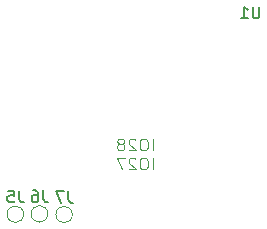
<source format=gbr>
%TF.GenerationSoftware,KiCad,Pcbnew,7.0.7*%
%TF.CreationDate,2023-12-20T03:25:26+09:00*%
%TF.ProjectId,RP2040_8key,52503230-3430-45f3-986b-65792e6b6963,rev?*%
%TF.SameCoordinates,Original*%
%TF.FileFunction,Legend,Bot*%
%TF.FilePolarity,Positive*%
%FSLAX46Y46*%
G04 Gerber Fmt 4.6, Leading zero omitted, Abs format (unit mm)*
G04 Created by KiCad (PCBNEW 7.0.7) date 2023-12-20 03:25:26*
%MOMM*%
%LPD*%
G01*
G04 APERTURE LIST*
%ADD10C,0.100000*%
%ADD11C,0.150000*%
%ADD12C,0.120000*%
G04 APERTURE END LIST*
D10*
X188027553Y-119542953D02*
X188027553Y-118542953D01*
X187360887Y-118542953D02*
X187170411Y-118542953D01*
X187170411Y-118542953D02*
X187075173Y-118590572D01*
X187075173Y-118590572D02*
X186979935Y-118685810D01*
X186979935Y-118685810D02*
X186932316Y-118876286D01*
X186932316Y-118876286D02*
X186932316Y-119209619D01*
X186932316Y-119209619D02*
X186979935Y-119400095D01*
X186979935Y-119400095D02*
X187075173Y-119495334D01*
X187075173Y-119495334D02*
X187170411Y-119542953D01*
X187170411Y-119542953D02*
X187360887Y-119542953D01*
X187360887Y-119542953D02*
X187456125Y-119495334D01*
X187456125Y-119495334D02*
X187551363Y-119400095D01*
X187551363Y-119400095D02*
X187598982Y-119209619D01*
X187598982Y-119209619D02*
X187598982Y-118876286D01*
X187598982Y-118876286D02*
X187551363Y-118685810D01*
X187551363Y-118685810D02*
X187456125Y-118590572D01*
X187456125Y-118590572D02*
X187360887Y-118542953D01*
X186551363Y-118638191D02*
X186503744Y-118590572D01*
X186503744Y-118590572D02*
X186408506Y-118542953D01*
X186408506Y-118542953D02*
X186170411Y-118542953D01*
X186170411Y-118542953D02*
X186075173Y-118590572D01*
X186075173Y-118590572D02*
X186027554Y-118638191D01*
X186027554Y-118638191D02*
X185979935Y-118733429D01*
X185979935Y-118733429D02*
X185979935Y-118828667D01*
X185979935Y-118828667D02*
X186027554Y-118971524D01*
X186027554Y-118971524D02*
X186598982Y-119542953D01*
X186598982Y-119542953D02*
X185979935Y-119542953D01*
X185408506Y-118971524D02*
X185503744Y-118923905D01*
X185503744Y-118923905D02*
X185551363Y-118876286D01*
X185551363Y-118876286D02*
X185598982Y-118781048D01*
X185598982Y-118781048D02*
X185598982Y-118733429D01*
X185598982Y-118733429D02*
X185551363Y-118638191D01*
X185551363Y-118638191D02*
X185503744Y-118590572D01*
X185503744Y-118590572D02*
X185408506Y-118542953D01*
X185408506Y-118542953D02*
X185218030Y-118542953D01*
X185218030Y-118542953D02*
X185122792Y-118590572D01*
X185122792Y-118590572D02*
X185075173Y-118638191D01*
X185075173Y-118638191D02*
X185027554Y-118733429D01*
X185027554Y-118733429D02*
X185027554Y-118781048D01*
X185027554Y-118781048D02*
X185075173Y-118876286D01*
X185075173Y-118876286D02*
X185122792Y-118923905D01*
X185122792Y-118923905D02*
X185218030Y-118971524D01*
X185218030Y-118971524D02*
X185408506Y-118971524D01*
X185408506Y-118971524D02*
X185503744Y-119019143D01*
X185503744Y-119019143D02*
X185551363Y-119066762D01*
X185551363Y-119066762D02*
X185598982Y-119162000D01*
X185598982Y-119162000D02*
X185598982Y-119352476D01*
X185598982Y-119352476D02*
X185551363Y-119447714D01*
X185551363Y-119447714D02*
X185503744Y-119495334D01*
X185503744Y-119495334D02*
X185408506Y-119542953D01*
X185408506Y-119542953D02*
X185218030Y-119542953D01*
X185218030Y-119542953D02*
X185122792Y-119495334D01*
X185122792Y-119495334D02*
X185075173Y-119447714D01*
X185075173Y-119447714D02*
X185027554Y-119352476D01*
X185027554Y-119352476D02*
X185027554Y-119162000D01*
X185027554Y-119162000D02*
X185075173Y-119066762D01*
X185075173Y-119066762D02*
X185122792Y-119019143D01*
X185122792Y-119019143D02*
X185218030Y-118971524D01*
X188027553Y-121152953D02*
X188027553Y-120152953D01*
X187360887Y-120152953D02*
X187170411Y-120152953D01*
X187170411Y-120152953D02*
X187075173Y-120200572D01*
X187075173Y-120200572D02*
X186979935Y-120295810D01*
X186979935Y-120295810D02*
X186932316Y-120486286D01*
X186932316Y-120486286D02*
X186932316Y-120819619D01*
X186932316Y-120819619D02*
X186979935Y-121010095D01*
X186979935Y-121010095D02*
X187075173Y-121105334D01*
X187075173Y-121105334D02*
X187170411Y-121152953D01*
X187170411Y-121152953D02*
X187360887Y-121152953D01*
X187360887Y-121152953D02*
X187456125Y-121105334D01*
X187456125Y-121105334D02*
X187551363Y-121010095D01*
X187551363Y-121010095D02*
X187598982Y-120819619D01*
X187598982Y-120819619D02*
X187598982Y-120486286D01*
X187598982Y-120486286D02*
X187551363Y-120295810D01*
X187551363Y-120295810D02*
X187456125Y-120200572D01*
X187456125Y-120200572D02*
X187360887Y-120152953D01*
X186551363Y-120248191D02*
X186503744Y-120200572D01*
X186503744Y-120200572D02*
X186408506Y-120152953D01*
X186408506Y-120152953D02*
X186170411Y-120152953D01*
X186170411Y-120152953D02*
X186075173Y-120200572D01*
X186075173Y-120200572D02*
X186027554Y-120248191D01*
X186027554Y-120248191D02*
X185979935Y-120343429D01*
X185979935Y-120343429D02*
X185979935Y-120438667D01*
X185979935Y-120438667D02*
X186027554Y-120581524D01*
X186027554Y-120581524D02*
X186598982Y-121152953D01*
X186598982Y-121152953D02*
X185979935Y-121152953D01*
X185646601Y-120152953D02*
X184979935Y-120152953D01*
X184979935Y-120152953D02*
X185408506Y-121152953D01*
D11*
X197061904Y-107354819D02*
X197061904Y-108164342D01*
X197061904Y-108164342D02*
X197014285Y-108259580D01*
X197014285Y-108259580D02*
X196966666Y-108307200D01*
X196966666Y-108307200D02*
X196871428Y-108354819D01*
X196871428Y-108354819D02*
X196680952Y-108354819D01*
X196680952Y-108354819D02*
X196585714Y-108307200D01*
X196585714Y-108307200D02*
X196538095Y-108259580D01*
X196538095Y-108259580D02*
X196490476Y-108164342D01*
X196490476Y-108164342D02*
X196490476Y-107354819D01*
X195490476Y-108354819D02*
X196061904Y-108354819D01*
X195776190Y-108354819D02*
X195776190Y-107354819D01*
X195776190Y-107354819D02*
X195871428Y-107497676D01*
X195871428Y-107497676D02*
X195966666Y-107592914D01*
X195966666Y-107592914D02*
X196061904Y-107640533D01*
X180853333Y-122976819D02*
X180853333Y-123691104D01*
X180853333Y-123691104D02*
X180900952Y-123833961D01*
X180900952Y-123833961D02*
X180996190Y-123929200D01*
X180996190Y-123929200D02*
X181139047Y-123976819D01*
X181139047Y-123976819D02*
X181234285Y-123976819D01*
X180472380Y-122976819D02*
X179805714Y-122976819D01*
X179805714Y-122976819D02*
X180234285Y-123976819D01*
X178763333Y-122916819D02*
X178763333Y-123631104D01*
X178763333Y-123631104D02*
X178810952Y-123773961D01*
X178810952Y-123773961D02*
X178906190Y-123869200D01*
X178906190Y-123869200D02*
X179049047Y-123916819D01*
X179049047Y-123916819D02*
X179144285Y-123916819D01*
X177858571Y-122916819D02*
X178049047Y-122916819D01*
X178049047Y-122916819D02*
X178144285Y-122964438D01*
X178144285Y-122964438D02*
X178191904Y-123012057D01*
X178191904Y-123012057D02*
X178287142Y-123154914D01*
X178287142Y-123154914D02*
X178334761Y-123345390D01*
X178334761Y-123345390D02*
X178334761Y-123726342D01*
X178334761Y-123726342D02*
X178287142Y-123821580D01*
X178287142Y-123821580D02*
X178239523Y-123869200D01*
X178239523Y-123869200D02*
X178144285Y-123916819D01*
X178144285Y-123916819D02*
X177953809Y-123916819D01*
X177953809Y-123916819D02*
X177858571Y-123869200D01*
X177858571Y-123869200D02*
X177810952Y-123821580D01*
X177810952Y-123821580D02*
X177763333Y-123726342D01*
X177763333Y-123726342D02*
X177763333Y-123488247D01*
X177763333Y-123488247D02*
X177810952Y-123393009D01*
X177810952Y-123393009D02*
X177858571Y-123345390D01*
X177858571Y-123345390D02*
X177953809Y-123297771D01*
X177953809Y-123297771D02*
X178144285Y-123297771D01*
X178144285Y-123297771D02*
X178239523Y-123345390D01*
X178239523Y-123345390D02*
X178287142Y-123393009D01*
X178287142Y-123393009D02*
X178334761Y-123488247D01*
X176723333Y-122946819D02*
X176723333Y-123661104D01*
X176723333Y-123661104D02*
X176770952Y-123803961D01*
X176770952Y-123803961D02*
X176866190Y-123899200D01*
X176866190Y-123899200D02*
X177009047Y-123946819D01*
X177009047Y-123946819D02*
X177104285Y-123946819D01*
X175770952Y-122946819D02*
X176247142Y-122946819D01*
X176247142Y-122946819D02*
X176294761Y-123423009D01*
X176294761Y-123423009D02*
X176247142Y-123375390D01*
X176247142Y-123375390D02*
X176151904Y-123327771D01*
X176151904Y-123327771D02*
X175913809Y-123327771D01*
X175913809Y-123327771D02*
X175818571Y-123375390D01*
X175818571Y-123375390D02*
X175770952Y-123423009D01*
X175770952Y-123423009D02*
X175723333Y-123518247D01*
X175723333Y-123518247D02*
X175723333Y-123756342D01*
X175723333Y-123756342D02*
X175770952Y-123851580D01*
X175770952Y-123851580D02*
X175818571Y-123899200D01*
X175818571Y-123899200D02*
X175913809Y-123946819D01*
X175913809Y-123946819D02*
X176151904Y-123946819D01*
X176151904Y-123946819D02*
X176247142Y-123899200D01*
X176247142Y-123899200D02*
X176294761Y-123851580D01*
D12*
%TO.C,J7*%
X181220000Y-124970000D02*
G75*
G03*
X181220000Y-124970000I-700000J0D01*
G01*
%TO.C,J6*%
X179130000Y-124910000D02*
G75*
G03*
X179130000Y-124910000I-700000J0D01*
G01*
%TO.C,J5*%
X177090000Y-124940000D02*
G75*
G03*
X177090000Y-124940000I-700000J0D01*
G01*
%TD*%
M02*

</source>
